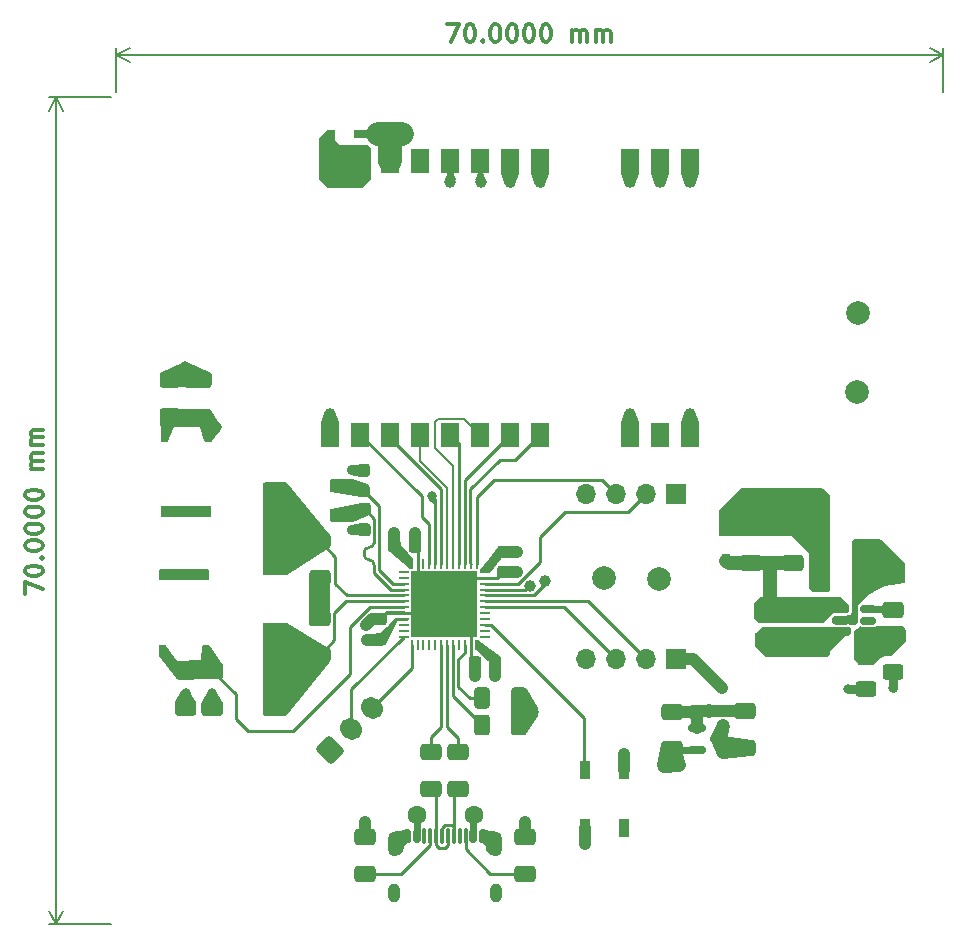
<source format=gtl>
G04 #@! TF.GenerationSoftware,KiCad,Pcbnew,8.0.5*
G04 #@! TF.CreationDate,2025-03-07T10:13:00-08:00*
G04 #@! TF.ProjectId,Telemetry PCB V2,54656c65-6d65-4747-9279-205043422056,rev?*
G04 #@! TF.SameCoordinates,Original*
G04 #@! TF.FileFunction,Copper,L1,Top*
G04 #@! TF.FilePolarity,Positive*
%FSLAX46Y46*%
G04 Gerber Fmt 4.6, Leading zero omitted, Abs format (unit mm)*
G04 Created by KiCad (PCBNEW 8.0.5) date 2025-03-07 10:13:00*
%MOMM*%
%LPD*%
G01*
G04 APERTURE LIST*
G04 Aperture macros list*
%AMRoundRect*
0 Rectangle with rounded corners*
0 $1 Rounding radius*
0 $2 $3 $4 $5 $6 $7 $8 $9 X,Y pos of 4 corners*
0 Add a 4 corners polygon primitive as box body*
4,1,4,$2,$3,$4,$5,$6,$7,$8,$9,$2,$3,0*
0 Add four circle primitives for the rounded corners*
1,1,$1+$1,$2,$3*
1,1,$1+$1,$4,$5*
1,1,$1+$1,$6,$7*
1,1,$1+$1,$8,$9*
0 Add four rect primitives between the rounded corners*
20,1,$1+$1,$2,$3,$4,$5,0*
20,1,$1+$1,$4,$5,$6,$7,0*
20,1,$1+$1,$6,$7,$8,$9,0*
20,1,$1+$1,$8,$9,$2,$3,0*%
%AMHorizOval*
0 Thick line with rounded ends*
0 $1 width*
0 $2 $3 position (X,Y) of the first rounded end (center of the circle)*
0 $4 $5 position (X,Y) of the second rounded end (center of the circle)*
0 Add line between two ends*
20,1,$1,$2,$3,$4,$5,0*
0 Add two circle primitives to create the rounded ends*
1,1,$1,$2,$3*
1,1,$1,$4,$5*%
G04 Aperture macros list end*
%ADD10C,0.300000*%
G04 #@! TA.AperFunction,NonConductor*
%ADD11C,0.300000*%
G04 #@! TD*
G04 #@! TA.AperFunction,NonConductor*
%ADD12C,0.200000*%
G04 #@! TD*
G04 #@! TA.AperFunction,SMDPad,CuDef*
%ADD13RoundRect,0.250000X0.650000X-0.412500X0.650000X0.412500X-0.650000X0.412500X-0.650000X-0.412500X0*%
G04 #@! TD*
G04 #@! TA.AperFunction,SMDPad,CuDef*
%ADD14RoundRect,0.062500X-0.375000X-0.062500X0.375000X-0.062500X0.375000X0.062500X-0.375000X0.062500X0*%
G04 #@! TD*
G04 #@! TA.AperFunction,SMDPad,CuDef*
%ADD15RoundRect,0.062500X-0.062500X-0.375000X0.062500X-0.375000X0.062500X0.375000X-0.062500X0.375000X0*%
G04 #@! TD*
G04 #@! TA.AperFunction,HeatsinkPad*
%ADD16R,5.600000X5.600000*%
G04 #@! TD*
G04 #@! TA.AperFunction,SMDPad,CuDef*
%ADD17R,0.711200X0.711200*%
G04 #@! TD*
G04 #@! TA.AperFunction,SMDPad,CuDef*
%ADD18RoundRect,0.250000X-0.625000X0.400000X-0.625000X-0.400000X0.625000X-0.400000X0.625000X0.400000X0*%
G04 #@! TD*
G04 #@! TA.AperFunction,SMDPad,CuDef*
%ADD19RoundRect,0.237500X0.237500X-0.300000X0.237500X0.300000X-0.237500X0.300000X-0.237500X-0.300000X0*%
G04 #@! TD*
G04 #@! TA.AperFunction,SMDPad,CuDef*
%ADD20RoundRect,0.150000X-0.150000X-0.435000X0.150000X-0.435000X0.150000X0.435000X-0.150000X0.435000X0*%
G04 #@! TD*
G04 #@! TA.AperFunction,SMDPad,CuDef*
%ADD21RoundRect,0.150000X-0.150000X-0.447500X0.150000X-0.447500X0.150000X0.447500X-0.150000X0.447500X0*%
G04 #@! TD*
G04 #@! TA.AperFunction,SMDPad,CuDef*
%ADD22RoundRect,0.075000X-0.075000X-0.575000X0.075000X-0.575000X0.075000X0.575000X-0.075000X0.575000X0*%
G04 #@! TD*
G04 #@! TA.AperFunction,ComponentPad*
%ADD23O,1.000000X2.100000*%
G04 #@! TD*
G04 #@! TA.AperFunction,ComponentPad*
%ADD24O,1.000000X1.600000*%
G04 #@! TD*
G04 #@! TA.AperFunction,ComponentPad*
%ADD25C,2.000000*%
G04 #@! TD*
G04 #@! TA.AperFunction,SMDPad,CuDef*
%ADD26RoundRect,0.250000X-0.650000X0.412500X-0.650000X-0.412500X0.650000X-0.412500X0.650000X0.412500X0*%
G04 #@! TD*
G04 #@! TA.AperFunction,SMDPad,CuDef*
%ADD27R,1.498600X3.987800*%
G04 #@! TD*
G04 #@! TA.AperFunction,ComponentPad*
%ADD28R,1.700000X1.700000*%
G04 #@! TD*
G04 #@! TA.AperFunction,ComponentPad*
%ADD29O,1.700000X1.700000*%
G04 #@! TD*
G04 #@! TA.AperFunction,SMDPad,CuDef*
%ADD30RoundRect,0.250000X0.625000X-0.400000X0.625000X0.400000X-0.625000X0.400000X-0.625000X-0.400000X0*%
G04 #@! TD*
G04 #@! TA.AperFunction,SMDPad,CuDef*
%ADD31RoundRect,0.237500X-0.237500X0.300000X-0.237500X-0.300000X0.237500X-0.300000X0.237500X0.300000X0*%
G04 #@! TD*
G04 #@! TA.AperFunction,SMDPad,CuDef*
%ADD32R,1.510000X2.080000*%
G04 #@! TD*
G04 #@! TA.AperFunction,SMDPad,CuDef*
%ADD33R,0.558800X0.950500*%
G04 #@! TD*
G04 #@! TA.AperFunction,SMDPad,CuDef*
%ADD34RoundRect,0.150000X-0.587500X-0.150000X0.587500X-0.150000X0.587500X0.150000X-0.587500X0.150000X0*%
G04 #@! TD*
G04 #@! TA.AperFunction,SMDPad,CuDef*
%ADD35RoundRect,0.250000X0.400000X0.625000X-0.400000X0.625000X-0.400000X-0.625000X0.400000X-0.625000X0*%
G04 #@! TD*
G04 #@! TA.AperFunction,SMDPad,CuDef*
%ADD36R,1.900000X1.100000*%
G04 #@! TD*
G04 #@! TA.AperFunction,SMDPad,CuDef*
%ADD37R,2.000000X7.875000*%
G04 #@! TD*
G04 #@! TA.AperFunction,SMDPad,CuDef*
%ADD38RoundRect,0.237500X-0.300000X-0.237500X0.300000X-0.237500X0.300000X0.237500X-0.300000X0.237500X0*%
G04 #@! TD*
G04 #@! TA.AperFunction,SMDPad,CuDef*
%ADD39RoundRect,0.237500X0.300000X0.237500X-0.300000X0.237500X-0.300000X-0.237500X0.300000X-0.237500X0*%
G04 #@! TD*
G04 #@! TA.AperFunction,SMDPad,CuDef*
%ADD40RoundRect,0.250000X0.412500X0.650000X-0.412500X0.650000X-0.412500X-0.650000X0.412500X-0.650000X0*%
G04 #@! TD*
G04 #@! TA.AperFunction,SMDPad,CuDef*
%ADD41RoundRect,0.150000X-0.512500X-0.150000X0.512500X-0.150000X0.512500X0.150000X-0.512500X0.150000X0*%
G04 #@! TD*
G04 #@! TA.AperFunction,ComponentPad*
%ADD42RoundRect,0.250000X0.088388X-0.936916X0.936916X-0.088388X-0.088388X0.936916X-0.936916X0.088388X0*%
G04 #@! TD*
G04 #@! TA.AperFunction,ComponentPad*
%ADD43HorizOval,1.700000X-0.088388X0.088388X0.088388X-0.088388X0*%
G04 #@! TD*
G04 #@! TA.AperFunction,SMDPad,CuDef*
%ADD44RoundRect,0.090000X0.360000X-0.660000X0.360000X0.660000X-0.360000X0.660000X-0.360000X-0.660000X0*%
G04 #@! TD*
G04 #@! TA.AperFunction,ComponentPad*
%ADD45RoundRect,0.250000X-0.750000X0.600000X-0.750000X-0.600000X0.750000X-0.600000X0.750000X0.600000X0*%
G04 #@! TD*
G04 #@! TA.AperFunction,ComponentPad*
%ADD46O,2.000000X1.700000*%
G04 #@! TD*
G04 #@! TA.AperFunction,ViaPad*
%ADD47C,1.000000*%
G04 #@! TD*
G04 #@! TA.AperFunction,ViaPad*
%ADD48C,0.900000*%
G04 #@! TD*
G04 #@! TA.AperFunction,ViaPad*
%ADD49C,1.200000*%
G04 #@! TD*
G04 #@! TA.AperFunction,ViaPad*
%ADD50C,0.800000*%
G04 #@! TD*
G04 #@! TA.AperFunction,ViaPad*
%ADD51C,1.600000*%
G04 #@! TD*
G04 #@! TA.AperFunction,Conductor*
%ADD52C,0.250000*%
G04 #@! TD*
G04 #@! TA.AperFunction,Conductor*
%ADD53C,1.000000*%
G04 #@! TD*
G04 #@! TA.AperFunction,Conductor*
%ADD54C,0.800000*%
G04 #@! TD*
G04 #@! TA.AperFunction,Conductor*
%ADD55C,1.200000*%
G04 #@! TD*
G04 #@! TA.AperFunction,Conductor*
%ADD56C,0.350000*%
G04 #@! TD*
G04 #@! TA.AperFunction,Conductor*
%ADD57C,0.600000*%
G04 #@! TD*
G04 #@! TA.AperFunction,Conductor*
%ADD58C,2.000000*%
G04 #@! TD*
G04 #@! TA.AperFunction,Conductor*
%ADD59C,0.700000*%
G04 #@! TD*
G04 #@! TA.AperFunction,Conductor*
%ADD60C,0.200000*%
G04 #@! TD*
G04 APERTURE END LIST*
D10*
D11*
X150870001Y-42248328D02*
X151870001Y-42248328D01*
X151870001Y-42248328D02*
X151227144Y-43748328D01*
X152727144Y-42248328D02*
X152870001Y-42248328D01*
X152870001Y-42248328D02*
X153012858Y-42319757D01*
X153012858Y-42319757D02*
X153084287Y-42391185D01*
X153084287Y-42391185D02*
X153155715Y-42534042D01*
X153155715Y-42534042D02*
X153227144Y-42819757D01*
X153227144Y-42819757D02*
X153227144Y-43176900D01*
X153227144Y-43176900D02*
X153155715Y-43462614D01*
X153155715Y-43462614D02*
X153084287Y-43605471D01*
X153084287Y-43605471D02*
X153012858Y-43676900D01*
X153012858Y-43676900D02*
X152870001Y-43748328D01*
X152870001Y-43748328D02*
X152727144Y-43748328D01*
X152727144Y-43748328D02*
X152584287Y-43676900D01*
X152584287Y-43676900D02*
X152512858Y-43605471D01*
X152512858Y-43605471D02*
X152441429Y-43462614D01*
X152441429Y-43462614D02*
X152370001Y-43176900D01*
X152370001Y-43176900D02*
X152370001Y-42819757D01*
X152370001Y-42819757D02*
X152441429Y-42534042D01*
X152441429Y-42534042D02*
X152512858Y-42391185D01*
X152512858Y-42391185D02*
X152584287Y-42319757D01*
X152584287Y-42319757D02*
X152727144Y-42248328D01*
X153870000Y-43605471D02*
X153941429Y-43676900D01*
X153941429Y-43676900D02*
X153870000Y-43748328D01*
X153870000Y-43748328D02*
X153798572Y-43676900D01*
X153798572Y-43676900D02*
X153870000Y-43605471D01*
X153870000Y-43605471D02*
X153870000Y-43748328D01*
X154870001Y-42248328D02*
X155012858Y-42248328D01*
X155012858Y-42248328D02*
X155155715Y-42319757D01*
X155155715Y-42319757D02*
X155227144Y-42391185D01*
X155227144Y-42391185D02*
X155298572Y-42534042D01*
X155298572Y-42534042D02*
X155370001Y-42819757D01*
X155370001Y-42819757D02*
X155370001Y-43176900D01*
X155370001Y-43176900D02*
X155298572Y-43462614D01*
X155298572Y-43462614D02*
X155227144Y-43605471D01*
X155227144Y-43605471D02*
X155155715Y-43676900D01*
X155155715Y-43676900D02*
X155012858Y-43748328D01*
X155012858Y-43748328D02*
X154870001Y-43748328D01*
X154870001Y-43748328D02*
X154727144Y-43676900D01*
X154727144Y-43676900D02*
X154655715Y-43605471D01*
X154655715Y-43605471D02*
X154584286Y-43462614D01*
X154584286Y-43462614D02*
X154512858Y-43176900D01*
X154512858Y-43176900D02*
X154512858Y-42819757D01*
X154512858Y-42819757D02*
X154584286Y-42534042D01*
X154584286Y-42534042D02*
X154655715Y-42391185D01*
X154655715Y-42391185D02*
X154727144Y-42319757D01*
X154727144Y-42319757D02*
X154870001Y-42248328D01*
X156298572Y-42248328D02*
X156441429Y-42248328D01*
X156441429Y-42248328D02*
X156584286Y-42319757D01*
X156584286Y-42319757D02*
X156655715Y-42391185D01*
X156655715Y-42391185D02*
X156727143Y-42534042D01*
X156727143Y-42534042D02*
X156798572Y-42819757D01*
X156798572Y-42819757D02*
X156798572Y-43176900D01*
X156798572Y-43176900D02*
X156727143Y-43462614D01*
X156727143Y-43462614D02*
X156655715Y-43605471D01*
X156655715Y-43605471D02*
X156584286Y-43676900D01*
X156584286Y-43676900D02*
X156441429Y-43748328D01*
X156441429Y-43748328D02*
X156298572Y-43748328D01*
X156298572Y-43748328D02*
X156155715Y-43676900D01*
X156155715Y-43676900D02*
X156084286Y-43605471D01*
X156084286Y-43605471D02*
X156012857Y-43462614D01*
X156012857Y-43462614D02*
X155941429Y-43176900D01*
X155941429Y-43176900D02*
X155941429Y-42819757D01*
X155941429Y-42819757D02*
X156012857Y-42534042D01*
X156012857Y-42534042D02*
X156084286Y-42391185D01*
X156084286Y-42391185D02*
X156155715Y-42319757D01*
X156155715Y-42319757D02*
X156298572Y-42248328D01*
X157727143Y-42248328D02*
X157870000Y-42248328D01*
X157870000Y-42248328D02*
X158012857Y-42319757D01*
X158012857Y-42319757D02*
X158084286Y-42391185D01*
X158084286Y-42391185D02*
X158155714Y-42534042D01*
X158155714Y-42534042D02*
X158227143Y-42819757D01*
X158227143Y-42819757D02*
X158227143Y-43176900D01*
X158227143Y-43176900D02*
X158155714Y-43462614D01*
X158155714Y-43462614D02*
X158084286Y-43605471D01*
X158084286Y-43605471D02*
X158012857Y-43676900D01*
X158012857Y-43676900D02*
X157870000Y-43748328D01*
X157870000Y-43748328D02*
X157727143Y-43748328D01*
X157727143Y-43748328D02*
X157584286Y-43676900D01*
X157584286Y-43676900D02*
X157512857Y-43605471D01*
X157512857Y-43605471D02*
X157441428Y-43462614D01*
X157441428Y-43462614D02*
X157370000Y-43176900D01*
X157370000Y-43176900D02*
X157370000Y-42819757D01*
X157370000Y-42819757D02*
X157441428Y-42534042D01*
X157441428Y-42534042D02*
X157512857Y-42391185D01*
X157512857Y-42391185D02*
X157584286Y-42319757D01*
X157584286Y-42319757D02*
X157727143Y-42248328D01*
X159155714Y-42248328D02*
X159298571Y-42248328D01*
X159298571Y-42248328D02*
X159441428Y-42319757D01*
X159441428Y-42319757D02*
X159512857Y-42391185D01*
X159512857Y-42391185D02*
X159584285Y-42534042D01*
X159584285Y-42534042D02*
X159655714Y-42819757D01*
X159655714Y-42819757D02*
X159655714Y-43176900D01*
X159655714Y-43176900D02*
X159584285Y-43462614D01*
X159584285Y-43462614D02*
X159512857Y-43605471D01*
X159512857Y-43605471D02*
X159441428Y-43676900D01*
X159441428Y-43676900D02*
X159298571Y-43748328D01*
X159298571Y-43748328D02*
X159155714Y-43748328D01*
X159155714Y-43748328D02*
X159012857Y-43676900D01*
X159012857Y-43676900D02*
X158941428Y-43605471D01*
X158941428Y-43605471D02*
X158869999Y-43462614D01*
X158869999Y-43462614D02*
X158798571Y-43176900D01*
X158798571Y-43176900D02*
X158798571Y-42819757D01*
X158798571Y-42819757D02*
X158869999Y-42534042D01*
X158869999Y-42534042D02*
X158941428Y-42391185D01*
X158941428Y-42391185D02*
X159012857Y-42319757D01*
X159012857Y-42319757D02*
X159155714Y-42248328D01*
X161441427Y-43748328D02*
X161441427Y-42748328D01*
X161441427Y-42891185D02*
X161512856Y-42819757D01*
X161512856Y-42819757D02*
X161655713Y-42748328D01*
X161655713Y-42748328D02*
X161869999Y-42748328D01*
X161869999Y-42748328D02*
X162012856Y-42819757D01*
X162012856Y-42819757D02*
X162084285Y-42962614D01*
X162084285Y-42962614D02*
X162084285Y-43748328D01*
X162084285Y-42962614D02*
X162155713Y-42819757D01*
X162155713Y-42819757D02*
X162298570Y-42748328D01*
X162298570Y-42748328D02*
X162512856Y-42748328D01*
X162512856Y-42748328D02*
X162655713Y-42819757D01*
X162655713Y-42819757D02*
X162727142Y-42962614D01*
X162727142Y-42962614D02*
X162727142Y-43748328D01*
X163441427Y-43748328D02*
X163441427Y-42748328D01*
X163441427Y-42891185D02*
X163512856Y-42819757D01*
X163512856Y-42819757D02*
X163655713Y-42748328D01*
X163655713Y-42748328D02*
X163869999Y-42748328D01*
X163869999Y-42748328D02*
X164012856Y-42819757D01*
X164012856Y-42819757D02*
X164084285Y-42962614D01*
X164084285Y-42962614D02*
X164084285Y-43748328D01*
X164084285Y-42962614D02*
X164155713Y-42819757D01*
X164155713Y-42819757D02*
X164298570Y-42748328D01*
X164298570Y-42748328D02*
X164512856Y-42748328D01*
X164512856Y-42748328D02*
X164655713Y-42819757D01*
X164655713Y-42819757D02*
X164727142Y-42962614D01*
X164727142Y-42962614D02*
X164727142Y-43748328D01*
D12*
X122870000Y-47950000D02*
X122870000Y-44283580D01*
X192870000Y-47950000D02*
X192870000Y-44283580D01*
X122870000Y-44870000D02*
X192870000Y-44870000D01*
X122870000Y-44870000D02*
X192870000Y-44870000D01*
X122870000Y-44870000D02*
X123996504Y-44283579D01*
X122870000Y-44870000D02*
X123996504Y-45456421D01*
X192870000Y-44870000D02*
X191743496Y-45456421D01*
X192870000Y-44870000D02*
X191743496Y-44283579D01*
D10*
D11*
X115108329Y-90449998D02*
X115108329Y-89449998D01*
X115108329Y-89449998D02*
X116608329Y-90092855D01*
X115108329Y-88592855D02*
X115108329Y-88449998D01*
X115108329Y-88449998D02*
X115179758Y-88307141D01*
X115179758Y-88307141D02*
X115251186Y-88235713D01*
X115251186Y-88235713D02*
X115394043Y-88164284D01*
X115394043Y-88164284D02*
X115679758Y-88092855D01*
X115679758Y-88092855D02*
X116036901Y-88092855D01*
X116036901Y-88092855D02*
X116322615Y-88164284D01*
X116322615Y-88164284D02*
X116465472Y-88235713D01*
X116465472Y-88235713D02*
X116536901Y-88307141D01*
X116536901Y-88307141D02*
X116608329Y-88449998D01*
X116608329Y-88449998D02*
X116608329Y-88592855D01*
X116608329Y-88592855D02*
X116536901Y-88735713D01*
X116536901Y-88735713D02*
X116465472Y-88807141D01*
X116465472Y-88807141D02*
X116322615Y-88878570D01*
X116322615Y-88878570D02*
X116036901Y-88949998D01*
X116036901Y-88949998D02*
X115679758Y-88949998D01*
X115679758Y-88949998D02*
X115394043Y-88878570D01*
X115394043Y-88878570D02*
X115251186Y-88807141D01*
X115251186Y-88807141D02*
X115179758Y-88735713D01*
X115179758Y-88735713D02*
X115108329Y-88592855D01*
X116465472Y-87449999D02*
X116536901Y-87378570D01*
X116536901Y-87378570D02*
X116608329Y-87449999D01*
X116608329Y-87449999D02*
X116536901Y-87521427D01*
X116536901Y-87521427D02*
X116465472Y-87449999D01*
X116465472Y-87449999D02*
X116608329Y-87449999D01*
X115108329Y-86449998D02*
X115108329Y-86307141D01*
X115108329Y-86307141D02*
X115179758Y-86164284D01*
X115179758Y-86164284D02*
X115251186Y-86092856D01*
X115251186Y-86092856D02*
X115394043Y-86021427D01*
X115394043Y-86021427D02*
X115679758Y-85949998D01*
X115679758Y-85949998D02*
X116036901Y-85949998D01*
X116036901Y-85949998D02*
X116322615Y-86021427D01*
X116322615Y-86021427D02*
X116465472Y-86092856D01*
X116465472Y-86092856D02*
X116536901Y-86164284D01*
X116536901Y-86164284D02*
X116608329Y-86307141D01*
X116608329Y-86307141D02*
X116608329Y-86449998D01*
X116608329Y-86449998D02*
X116536901Y-86592856D01*
X116536901Y-86592856D02*
X116465472Y-86664284D01*
X116465472Y-86664284D02*
X116322615Y-86735713D01*
X116322615Y-86735713D02*
X116036901Y-86807141D01*
X116036901Y-86807141D02*
X115679758Y-86807141D01*
X115679758Y-86807141D02*
X115394043Y-86735713D01*
X115394043Y-86735713D02*
X115251186Y-86664284D01*
X115251186Y-86664284D02*
X115179758Y-86592856D01*
X115179758Y-86592856D02*
X115108329Y-86449998D01*
X115108329Y-85021427D02*
X115108329Y-84878570D01*
X115108329Y-84878570D02*
X115179758Y-84735713D01*
X115179758Y-84735713D02*
X115251186Y-84664285D01*
X115251186Y-84664285D02*
X115394043Y-84592856D01*
X115394043Y-84592856D02*
X115679758Y-84521427D01*
X115679758Y-84521427D02*
X116036901Y-84521427D01*
X116036901Y-84521427D02*
X116322615Y-84592856D01*
X116322615Y-84592856D02*
X116465472Y-84664285D01*
X116465472Y-84664285D02*
X116536901Y-84735713D01*
X116536901Y-84735713D02*
X116608329Y-84878570D01*
X116608329Y-84878570D02*
X116608329Y-85021427D01*
X116608329Y-85021427D02*
X116536901Y-85164285D01*
X116536901Y-85164285D02*
X116465472Y-85235713D01*
X116465472Y-85235713D02*
X116322615Y-85307142D01*
X116322615Y-85307142D02*
X116036901Y-85378570D01*
X116036901Y-85378570D02*
X115679758Y-85378570D01*
X115679758Y-85378570D02*
X115394043Y-85307142D01*
X115394043Y-85307142D02*
X115251186Y-85235713D01*
X115251186Y-85235713D02*
X115179758Y-85164285D01*
X115179758Y-85164285D02*
X115108329Y-85021427D01*
X115108329Y-83592856D02*
X115108329Y-83449999D01*
X115108329Y-83449999D02*
X115179758Y-83307142D01*
X115179758Y-83307142D02*
X115251186Y-83235714D01*
X115251186Y-83235714D02*
X115394043Y-83164285D01*
X115394043Y-83164285D02*
X115679758Y-83092856D01*
X115679758Y-83092856D02*
X116036901Y-83092856D01*
X116036901Y-83092856D02*
X116322615Y-83164285D01*
X116322615Y-83164285D02*
X116465472Y-83235714D01*
X116465472Y-83235714D02*
X116536901Y-83307142D01*
X116536901Y-83307142D02*
X116608329Y-83449999D01*
X116608329Y-83449999D02*
X116608329Y-83592856D01*
X116608329Y-83592856D02*
X116536901Y-83735714D01*
X116536901Y-83735714D02*
X116465472Y-83807142D01*
X116465472Y-83807142D02*
X116322615Y-83878571D01*
X116322615Y-83878571D02*
X116036901Y-83949999D01*
X116036901Y-83949999D02*
X115679758Y-83949999D01*
X115679758Y-83949999D02*
X115394043Y-83878571D01*
X115394043Y-83878571D02*
X115251186Y-83807142D01*
X115251186Y-83807142D02*
X115179758Y-83735714D01*
X115179758Y-83735714D02*
X115108329Y-83592856D01*
X115108329Y-82164285D02*
X115108329Y-82021428D01*
X115108329Y-82021428D02*
X115179758Y-81878571D01*
X115179758Y-81878571D02*
X115251186Y-81807143D01*
X115251186Y-81807143D02*
X115394043Y-81735714D01*
X115394043Y-81735714D02*
X115679758Y-81664285D01*
X115679758Y-81664285D02*
X116036901Y-81664285D01*
X116036901Y-81664285D02*
X116322615Y-81735714D01*
X116322615Y-81735714D02*
X116465472Y-81807143D01*
X116465472Y-81807143D02*
X116536901Y-81878571D01*
X116536901Y-81878571D02*
X116608329Y-82021428D01*
X116608329Y-82021428D02*
X116608329Y-82164285D01*
X116608329Y-82164285D02*
X116536901Y-82307143D01*
X116536901Y-82307143D02*
X116465472Y-82378571D01*
X116465472Y-82378571D02*
X116322615Y-82450000D01*
X116322615Y-82450000D02*
X116036901Y-82521428D01*
X116036901Y-82521428D02*
X115679758Y-82521428D01*
X115679758Y-82521428D02*
X115394043Y-82450000D01*
X115394043Y-82450000D02*
X115251186Y-82378571D01*
X115251186Y-82378571D02*
X115179758Y-82307143D01*
X115179758Y-82307143D02*
X115108329Y-82164285D01*
X116608329Y-79878572D02*
X115608329Y-79878572D01*
X115751186Y-79878572D02*
X115679758Y-79807143D01*
X115679758Y-79807143D02*
X115608329Y-79664286D01*
X115608329Y-79664286D02*
X115608329Y-79450000D01*
X115608329Y-79450000D02*
X115679758Y-79307143D01*
X115679758Y-79307143D02*
X115822615Y-79235715D01*
X115822615Y-79235715D02*
X116608329Y-79235715D01*
X115822615Y-79235715D02*
X115679758Y-79164286D01*
X115679758Y-79164286D02*
X115608329Y-79021429D01*
X115608329Y-79021429D02*
X115608329Y-78807143D01*
X115608329Y-78807143D02*
X115679758Y-78664286D01*
X115679758Y-78664286D02*
X115822615Y-78592857D01*
X115822615Y-78592857D02*
X116608329Y-78592857D01*
X116608329Y-77878572D02*
X115608329Y-77878572D01*
X115751186Y-77878572D02*
X115679758Y-77807143D01*
X115679758Y-77807143D02*
X115608329Y-77664286D01*
X115608329Y-77664286D02*
X115608329Y-77450000D01*
X115608329Y-77450000D02*
X115679758Y-77307143D01*
X115679758Y-77307143D02*
X115822615Y-77235715D01*
X115822615Y-77235715D02*
X116608329Y-77235715D01*
X115822615Y-77235715D02*
X115679758Y-77164286D01*
X115679758Y-77164286D02*
X115608329Y-77021429D01*
X115608329Y-77021429D02*
X115608329Y-76807143D01*
X115608329Y-76807143D02*
X115679758Y-76664286D01*
X115679758Y-76664286D02*
X115822615Y-76592857D01*
X115822615Y-76592857D02*
X116608329Y-76592857D01*
D12*
X122370000Y-48450000D02*
X117143581Y-48450000D01*
X122370000Y-118450000D02*
X117143581Y-118450000D01*
X117730001Y-48450000D02*
X117730001Y-118450000D01*
X117730001Y-48450000D02*
X117730001Y-118450000D01*
X117730001Y-48450000D02*
X118316422Y-49576504D01*
X117730001Y-48450000D02*
X117143580Y-49576504D01*
X117730001Y-118450000D02*
X117143580Y-117323496D01*
X117730001Y-118450000D02*
X118316422Y-117323496D01*
D13*
X169875000Y-103579999D03*
X169875000Y-100454999D03*
D14*
X147175000Y-88610000D03*
X147175000Y-89110000D03*
X147175000Y-89610000D03*
X147175000Y-90110000D03*
X147175000Y-90610000D03*
X147175000Y-91110000D03*
X147175000Y-91610000D03*
X147175000Y-92110000D03*
X147175000Y-92610000D03*
X147175000Y-93110000D03*
X147175000Y-93610000D03*
X147175000Y-94110000D03*
D15*
X147862500Y-94797500D03*
X148362500Y-94797500D03*
X148862500Y-94797500D03*
X149362500Y-94797500D03*
X149862500Y-94797500D03*
X150362500Y-94797500D03*
X150862500Y-94797500D03*
X151362500Y-94797500D03*
X151862500Y-94797500D03*
X152362500Y-94797500D03*
X152862500Y-94797500D03*
X153362500Y-94797500D03*
D14*
X154050000Y-94110000D03*
X154050000Y-93610000D03*
X154050000Y-93110000D03*
X154050000Y-92610000D03*
X154050000Y-92110000D03*
X154050000Y-91610000D03*
X154050000Y-91110000D03*
X154050000Y-90610000D03*
X154050000Y-90110000D03*
X154050000Y-89610000D03*
X154050000Y-89110000D03*
X154050000Y-88610000D03*
D15*
X153362500Y-87922500D03*
X152862500Y-87922500D03*
X152362500Y-87922500D03*
X151862500Y-87922500D03*
X151362500Y-87922500D03*
X150862500Y-87922500D03*
X150362500Y-87922500D03*
X149862500Y-87922500D03*
X149362500Y-87922500D03*
X148862500Y-87922500D03*
X148362500Y-87922500D03*
X147862500Y-87922500D03*
D16*
X150612500Y-91360000D03*
D17*
X143330000Y-51550000D03*
X141044000Y-51550000D03*
D13*
X143925000Y-114200000D03*
X143925000Y-111075000D03*
D18*
X188590000Y-93989999D03*
X188590000Y-97090001D03*
D19*
X145288000Y-94308001D03*
X145288000Y-92583001D03*
D20*
X147475000Y-110945000D03*
D21*
X148275000Y-110957500D03*
D22*
X149425000Y-111010000D03*
X150425000Y-111010000D03*
X150925000Y-111010000D03*
X151925000Y-111010000D03*
D21*
X153075000Y-110957500D03*
D20*
X153875000Y-110945000D03*
X153875000Y-110945000D03*
D21*
X153075000Y-110957500D03*
D22*
X152425000Y-111010000D03*
X151425000Y-111010000D03*
X149925000Y-111010000D03*
X148925000Y-111010000D03*
D21*
X148275000Y-110957500D03*
D20*
X147475000Y-110945000D03*
D23*
X146355000Y-111650000D03*
D24*
X146355000Y-115830000D03*
D23*
X154995000Y-111650000D03*
D24*
X154995000Y-115830000D03*
D25*
X168770000Y-89190000D03*
D26*
X130990000Y-97010000D03*
X130990000Y-100135000D03*
X149480000Y-103875000D03*
X149480000Y-107000000D03*
D13*
X157450000Y-114180000D03*
X157450000Y-111055000D03*
D27*
X186025000Y-87900000D03*
X182443600Y-87900000D03*
D28*
X170256396Y-82010000D03*
D29*
X167716396Y-82010000D03*
X165176396Y-82010000D03*
X162636396Y-82010000D03*
D30*
X128720000Y-100160000D03*
X128720000Y-97060000D03*
D13*
X188620000Y-91870000D03*
X188620000Y-88745000D03*
D31*
X143870000Y-83315002D03*
X143870000Y-85040002D03*
D32*
X171425000Y-53857500D03*
X168885000Y-53857500D03*
X166345000Y-53857500D03*
X158745000Y-53857500D03*
X156205000Y-53857500D03*
X153665000Y-53857500D03*
X151125000Y-53857500D03*
X148585000Y-53857500D03*
X146045000Y-53857500D03*
X143505000Y-53857500D03*
X140965000Y-53857500D03*
X140965000Y-77007500D03*
X143505000Y-77007500D03*
X146045000Y-77007500D03*
X148585000Y-77007500D03*
X151125000Y-77007500D03*
X153665000Y-77007500D03*
X156205000Y-77007500D03*
X158745000Y-77007500D03*
X166345000Y-77007500D03*
X168885000Y-77007500D03*
X171425000Y-77007500D03*
D33*
X126750002Y-95270698D03*
X130450000Y-95270698D03*
X130450000Y-88910000D03*
X126750002Y-88910000D03*
D34*
X172049999Y-101839999D03*
X172049999Y-103739999D03*
X173925000Y-102789999D03*
D26*
X130049999Y-72357849D03*
X130049999Y-75482849D03*
D35*
X156925000Y-101600000D03*
X153825000Y-101600000D03*
D36*
X141910000Y-81320001D03*
X141910000Y-83820001D03*
D37*
X136275000Y-84974999D03*
X136275000Y-96849999D03*
D38*
X153214999Y-96266000D03*
X154939999Y-96266000D03*
D31*
X155575000Y-86920999D03*
X155575000Y-88645999D03*
D13*
X140075000Y-89150000D03*
X140075000Y-86025000D03*
D18*
X186320000Y-95400000D03*
X186320000Y-98500002D03*
D39*
X148156001Y-86487000D03*
X146431001Y-86487000D03*
D31*
X143860000Y-80015002D03*
X143860000Y-81740002D03*
D28*
X170220000Y-95970000D03*
D29*
X167680000Y-95970000D03*
X165140001Y-95970000D03*
X162600000Y-95970000D03*
D17*
X174501400Y-85193601D03*
X174501400Y-87479601D03*
D13*
X180172501Y-87904601D03*
X180172501Y-84779601D03*
D40*
X156950000Y-99300000D03*
X153825000Y-99300000D03*
D26*
X140075000Y-92550000D03*
X140075000Y-95675000D03*
D33*
X130609999Y-77129651D03*
X126910001Y-77129651D03*
X126910001Y-83490349D03*
X130609999Y-83490349D03*
D41*
X184253899Y-91799600D03*
X184253899Y-92749600D03*
X184253899Y-93699600D03*
X186528899Y-93699600D03*
X186528899Y-92749600D03*
X186528899Y-91799600D03*
D26*
X151800000Y-103875000D03*
X151800000Y-107000000D03*
D42*
X140964466Y-103685534D03*
D43*
X142732233Y-101917767D03*
X144500000Y-100150000D03*
D44*
X162550000Y-110325000D03*
X165850000Y-110325000D03*
X165850000Y-105425000D03*
X162550000Y-105425000D03*
D18*
X127399999Y-72350349D03*
X127399999Y-75450349D03*
D13*
X176620000Y-87904601D03*
X176620000Y-84779601D03*
D25*
X164170000Y-89120000D03*
D13*
X182178899Y-95004601D03*
X182178899Y-91879601D03*
X176065000Y-103550000D03*
X176065000Y-100425000D03*
D25*
X185580000Y-73410000D03*
X185630000Y-66660000D03*
D45*
X178178899Y-91879602D03*
D46*
X178178899Y-94379602D03*
D47*
X165820000Y-104070000D03*
X143500000Y-55500000D03*
X158740000Y-55590000D03*
X171410000Y-75280000D03*
D48*
X142780000Y-80020000D03*
D47*
X171430000Y-55600000D03*
X166340000Y-55590000D03*
D49*
X178400000Y-87900000D03*
D50*
X130990000Y-98870000D03*
D47*
X153212800Y-97434400D03*
D50*
X128700000Y-71200000D03*
D49*
X173000000Y-100400000D03*
D50*
X143935000Y-109810000D03*
X184800000Y-98500000D03*
D47*
X140960000Y-55500000D03*
D50*
X157450000Y-109775000D03*
D47*
X158175000Y-100475000D03*
X168880000Y-55600000D03*
X148132800Y-85293200D03*
X140960000Y-75280000D03*
X143953364Y-93153364D03*
X156200000Y-55590000D03*
X140110000Y-90900000D03*
X156758982Y-88585382D03*
X166330000Y-75280000D03*
D48*
X142790000Y-85050000D03*
D50*
X128580000Y-88910000D03*
D49*
X169200000Y-105050000D03*
D47*
X144101591Y-94344177D03*
X156768800Y-86918800D03*
D50*
X128720000Y-98909999D03*
D49*
X170500000Y-105000000D03*
D50*
X128740000Y-83430000D03*
D47*
X146405600Y-85293200D03*
X154940000Y-97434400D03*
D50*
X149550000Y-82230000D03*
X131400000Y-76370000D03*
D49*
X174200000Y-101700000D03*
D51*
X148300000Y-109200000D03*
D49*
X174250000Y-103900000D03*
D47*
X174160000Y-98490000D03*
D51*
X153100000Y-109200000D03*
X147000000Y-51550000D03*
X145050000Y-51600000D03*
X176500000Y-82700000D03*
D50*
X188590000Y-98409999D03*
D51*
X181400000Y-82700000D03*
D47*
X162520000Y-111679999D03*
D51*
X178900000Y-82700000D03*
D47*
X153700000Y-55630000D03*
X159164136Y-89392740D03*
X157892816Y-89785000D03*
X151120000Y-55590000D03*
D52*
X152862500Y-93610000D02*
X150612500Y-91360000D01*
D53*
X169880000Y-100450000D02*
X169875000Y-100455000D01*
D54*
X184800000Y-98500000D02*
X186319998Y-98500000D01*
X186319998Y-98500000D02*
X186320000Y-98500002D01*
D53*
X148132800Y-86463798D02*
X148156002Y-86487000D01*
D52*
X147175000Y-92110000D02*
X149862500Y-92110000D01*
D55*
X176620000Y-87904601D02*
X174732800Y-87904601D01*
X178395000Y-91663501D02*
X178178899Y-91879602D01*
D52*
X148362500Y-86693498D02*
X148156002Y-86487000D01*
D53*
X172049999Y-101839999D02*
X172049999Y-100895001D01*
D55*
X178395000Y-87905000D02*
X180172102Y-87905000D01*
X178178899Y-91879602D02*
X178178899Y-88121101D01*
D53*
X176010000Y-100370000D02*
X176065000Y-100425000D01*
D55*
X176620399Y-87905000D02*
X176620000Y-87904601D01*
D52*
X148362500Y-87922500D02*
X148362500Y-86693498D01*
D53*
X143935000Y-109810000D02*
X143935000Y-111065000D01*
D52*
X149862500Y-92110000D02*
X150612500Y-91360000D01*
D55*
X174732800Y-87904601D02*
X174501400Y-87673201D01*
D56*
X145761000Y-92110000D02*
X145288000Y-92583000D01*
D53*
X156758982Y-88585382D02*
X155635618Y-88585382D01*
X176070000Y-100430000D02*
X176065000Y-100425000D01*
X165820000Y-105430000D02*
X165820000Y-104070000D01*
D52*
X152862500Y-94797500D02*
X152862500Y-93610000D01*
D53*
X144523728Y-92583000D02*
X145288000Y-92583000D01*
X171605000Y-100450000D02*
X171685000Y-100370000D01*
D55*
X178178899Y-88121101D02*
X178395000Y-87905000D01*
D53*
X171605000Y-100450000D02*
X169880000Y-100450000D01*
D56*
X147175000Y-92110000D02*
X145761000Y-92110000D01*
D53*
X143953364Y-93153364D02*
X144523728Y-92583000D01*
X157450000Y-109775000D02*
X157450000Y-111030000D01*
D52*
X152862500Y-94797500D02*
X152862500Y-95913502D01*
X152862500Y-95913502D02*
X153214998Y-96266000D01*
X154050000Y-89110000D02*
X152862500Y-89110000D01*
D53*
X155635618Y-88585382D02*
X155575000Y-88646000D01*
X153214998Y-97432202D02*
X153212800Y-97434400D01*
D52*
X148362500Y-89110000D02*
X150612500Y-91360000D01*
X152862500Y-89110000D02*
X150612500Y-91360000D01*
D55*
X178395000Y-87905000D02*
X176620399Y-87905000D01*
D53*
X153214998Y-96266000D02*
X153214998Y-97432202D01*
X171685000Y-100370000D02*
X176010000Y-100370000D01*
X148132800Y-85293200D02*
X148132800Y-86463798D01*
D52*
X155111000Y-89110000D02*
X155575000Y-88646000D01*
X154050000Y-89110000D02*
X155111000Y-89110000D01*
D53*
X172049999Y-100895001D02*
X171605000Y-100450000D01*
D52*
X148362500Y-87922500D02*
X148362500Y-89110000D01*
D55*
X180172102Y-87905000D02*
X180172501Y-87904601D01*
D52*
X141325000Y-92063604D02*
X141325000Y-94425000D01*
X141325000Y-94425000D02*
X140075000Y-95675000D01*
X142278604Y-91110000D02*
X141325000Y-92063604D01*
X147175000Y-91110000D02*
X142278604Y-91110000D01*
X143860000Y-81740002D02*
X145120000Y-83000002D01*
X145120000Y-83000002D02*
X145120000Y-88450000D01*
X145120000Y-88450000D02*
X146280000Y-89610000D01*
X146280000Y-89610000D02*
X147175000Y-89610000D01*
X144670000Y-84115002D02*
X144670000Y-86140000D01*
X144670000Y-87994000D02*
X144670000Y-88200000D01*
X144670000Y-88200000D02*
X144670000Y-88680000D01*
X143870000Y-83315002D02*
X144670000Y-84115002D01*
X143830000Y-86964000D02*
X143830000Y-87170000D01*
X144258000Y-86552000D02*
X144242000Y-86552000D01*
X146100000Y-90110000D02*
X147175000Y-90110000D01*
X144670000Y-88680000D02*
X146100000Y-90110000D01*
X144242000Y-87582000D02*
X144258000Y-87582000D01*
X143830000Y-87170000D02*
G75*
G03*
X144242000Y-87582000I412000J0D01*
G01*
X144258000Y-87582000D02*
G75*
G02*
X144670000Y-87994000I0J-412000D01*
G01*
X144670000Y-86140000D02*
G75*
G02*
X144258000Y-86552000I-412000J0D01*
G01*
X144242000Y-86552000D02*
G75*
G03*
X143830000Y-86964000I0J-412000D01*
G01*
X152787500Y-99300000D02*
X151812500Y-98325000D01*
X151812500Y-98325000D02*
X151812500Y-96000000D01*
X152362500Y-95450000D02*
X152362500Y-94797500D01*
X153825000Y-99300000D02*
X152787500Y-99300000D01*
X151812500Y-96000000D02*
X152362500Y-95450000D01*
X141400000Y-89625000D02*
X141400000Y-87350000D01*
X142385000Y-90610000D02*
X141400000Y-89625000D01*
X147175000Y-90610000D02*
X142385000Y-90610000D01*
X141400000Y-87350000D02*
X140075000Y-86025000D01*
D53*
X145242638Y-94353364D02*
X144101591Y-94353364D01*
X146405600Y-86461600D02*
X146431000Y-86487000D01*
D52*
X147175000Y-92610000D02*
X146687760Y-92610000D01*
D53*
X156768800Y-86918800D02*
X155577198Y-86918800D01*
D57*
X170035001Y-103740001D02*
X169875000Y-103580000D01*
D53*
X146405600Y-85293200D02*
X146405600Y-86461600D01*
X155577198Y-86918800D02*
X155575000Y-86920998D01*
D57*
X172049999Y-103740000D02*
X170035001Y-103740001D01*
D53*
X145288000Y-94308002D02*
X145242638Y-94353364D01*
X154940000Y-96266000D02*
X154940000Y-97434400D01*
D52*
X149862500Y-87922500D02*
X149862500Y-82542500D01*
X149862500Y-82542500D02*
X149550000Y-82230000D01*
D58*
X146040000Y-51570000D02*
X147050000Y-51570000D01*
D59*
X143330000Y-51550000D02*
X145000000Y-51550000D01*
D57*
X153075000Y-111075000D02*
X153075000Y-109215000D01*
D54*
X188590000Y-97090001D02*
X188590000Y-98409999D01*
D53*
X171640000Y-95970000D02*
X174160000Y-98490000D01*
D57*
X153075000Y-109215000D02*
X153070000Y-109210000D01*
D58*
X146045001Y-53857500D02*
X146045001Y-51575001D01*
X146045001Y-51575001D02*
X146040000Y-51570000D01*
D57*
X148275000Y-111075000D02*
X148275000Y-109215000D01*
X148275000Y-109215000D02*
X148280000Y-109210000D01*
D53*
X162520000Y-110330000D02*
X162520000Y-111679999D01*
D58*
X145020000Y-51570000D02*
X146040000Y-51570000D01*
D53*
X170220000Y-95970000D02*
X171640000Y-95970000D01*
D59*
X145000000Y-51550000D02*
X145020000Y-51570000D01*
D52*
X144330000Y-91610000D02*
X147175000Y-91610000D01*
X137830000Y-102120000D02*
X134040000Y-102120000D01*
X134040000Y-102120000D02*
X132970000Y-101050000D01*
X142680000Y-93260000D02*
X144330000Y-91610000D01*
X132970000Y-98990000D02*
X130990000Y-97010000D01*
X132970000Y-101050000D02*
X132970000Y-98990000D01*
X142680000Y-97270000D02*
X142680000Y-93260000D01*
X137830000Y-102120000D02*
X142680000Y-97270000D01*
D57*
X188528899Y-91679601D02*
X188578899Y-91629600D01*
X188549600Y-91799600D02*
X188620000Y-91870000D01*
X186528899Y-91799600D02*
X188549600Y-91799600D01*
D52*
X143504999Y-77007500D02*
X148730000Y-82232501D01*
X148730000Y-82232501D02*
X148730000Y-83930000D01*
X149362500Y-84562500D02*
X149362500Y-87922500D01*
X148730000Y-83930000D02*
X149362500Y-84562500D01*
X151125000Y-77007500D02*
X151862500Y-77745000D01*
X151862500Y-77745000D02*
X151862500Y-87922500D01*
X152812500Y-81637500D02*
X152812500Y-87872500D01*
X152812500Y-87872500D02*
X152862500Y-87922500D01*
X156642500Y-79110000D02*
X155340000Y-79110000D01*
X155340000Y-79110000D02*
X152812500Y-81637500D01*
X158745000Y-77007500D02*
X156642500Y-79110000D01*
D60*
X151362500Y-79640000D02*
X151362500Y-87922500D01*
X153665000Y-77007500D02*
X152325000Y-75667500D01*
X152325000Y-75667500D02*
X150070000Y-75667500D01*
X149825000Y-75912500D02*
X149825000Y-78102500D01*
X149825000Y-78102500D02*
X151362500Y-79640000D01*
X150070000Y-75667500D02*
X149825000Y-75912500D01*
D52*
X158234543Y-90610000D02*
X159164136Y-89680407D01*
X158056396Y-90610000D02*
X154050000Y-90610000D01*
X158056396Y-90610000D02*
X158234543Y-90610000D01*
X153720000Y-53912500D02*
X153665000Y-53857500D01*
X153720000Y-55530000D02*
X153720000Y-53912500D01*
X159164136Y-89680407D02*
X159164136Y-89392740D01*
X152362500Y-87922500D02*
X152362500Y-80849999D01*
X152362500Y-80849999D02*
X156205000Y-77007499D01*
X146045001Y-77315001D02*
X150362500Y-81632500D01*
X146045001Y-77007500D02*
X146045001Y-77315001D01*
X150362500Y-81632500D02*
X150362500Y-87922500D01*
X157426396Y-90110000D02*
X157751396Y-89785000D01*
X151130000Y-53862500D02*
X151125000Y-53857500D01*
X157751396Y-89785000D02*
X157892816Y-89785000D01*
X151130000Y-55410000D02*
X151130000Y-53862500D01*
X157426396Y-90110000D02*
X154050000Y-90110000D01*
X153362500Y-87922500D02*
X153362500Y-82307500D01*
X154835000Y-80835000D02*
X164001397Y-80835000D01*
X164001397Y-80835000D02*
X165176397Y-82010000D01*
X153362500Y-82307500D02*
X154835000Y-80835000D01*
X167716396Y-82010000D02*
X166176396Y-83550000D01*
X166176396Y-83550000D02*
X160866396Y-83550000D01*
X160866396Y-83550000D02*
X158766396Y-85650000D01*
X158766396Y-87744695D02*
X156901091Y-89610000D01*
X158766396Y-85650000D02*
X158766396Y-87744695D01*
X156901091Y-89610000D02*
X154050000Y-89610000D01*
X147862500Y-94797500D02*
X147862500Y-96787500D01*
X147862500Y-96787500D02*
X144500000Y-100150000D01*
X142732233Y-98552767D02*
X142732233Y-101917767D01*
X147175000Y-94110000D02*
X142732233Y-98552767D01*
X160780001Y-91610000D02*
X165140001Y-95970000D01*
X154050000Y-91610000D02*
X160780001Y-91610000D01*
X154050000Y-91110000D02*
X162820000Y-91110000D01*
X162820000Y-91110000D02*
X167680000Y-95970000D01*
X150682236Y-110035000D02*
X151217764Y-110035000D01*
X151425000Y-111010000D02*
X151425000Y-107375000D01*
X150425000Y-111010000D02*
X150425000Y-110292236D01*
X150425000Y-110292236D02*
X150682236Y-110035000D01*
X151425000Y-107375000D02*
X151800000Y-107000000D01*
X151425000Y-110242236D02*
X151425000Y-111010000D01*
X151217764Y-110035000D02*
X151425000Y-110242236D01*
X149925000Y-111727764D02*
X150182236Y-111985000D01*
X149925000Y-107445000D02*
X149480000Y-107000000D01*
X149925000Y-111010000D02*
X149925000Y-111727764D01*
X150182236Y-111985000D02*
X150675000Y-111985000D01*
X150925000Y-111735000D02*
X150925000Y-111010000D01*
X149925000Y-111010000D02*
X149925000Y-107445000D01*
X150675000Y-111985000D02*
X150925000Y-111735000D01*
X152425000Y-112070660D02*
X154534340Y-114180000D01*
X154534340Y-114180000D02*
X157450000Y-114180000D01*
X152425000Y-111010000D02*
X152425000Y-112070660D01*
X149425000Y-111010000D02*
X149425000Y-111727764D01*
X149425000Y-111727764D02*
X146952764Y-114200000D01*
X146952764Y-114200000D02*
X143925000Y-114200000D01*
X151362500Y-99137500D02*
X151362500Y-94797500D01*
X153825000Y-101600000D02*
X151362500Y-99137500D01*
X150362500Y-94797500D02*
X150362500Y-101727500D01*
X150362500Y-101727500D02*
X149480000Y-102610000D01*
X149480000Y-102610000D02*
X149480000Y-103875000D01*
X150862500Y-101727500D02*
X151800000Y-102665000D01*
X150862500Y-94797500D02*
X150862500Y-101727500D01*
X151800000Y-102665000D02*
X151800000Y-103875000D01*
X162450000Y-105460000D02*
X162450000Y-101022760D01*
X162450000Y-101022760D02*
X154537240Y-93110000D01*
X154537240Y-93110000D02*
X154050000Y-93110000D01*
D60*
X150862500Y-81531460D02*
X148585000Y-79253960D01*
X148585000Y-79253960D02*
X148585000Y-77007500D01*
X150862500Y-87922500D02*
X150862500Y-81531460D01*
G04 #@! TA.AperFunction,Conductor*
G36*
X147438853Y-92487215D02*
G01*
X147505419Y-92508434D01*
X147549949Y-92562276D01*
X147560000Y-92611181D01*
X147560000Y-92626000D01*
X147540315Y-92693039D01*
X147487511Y-92738794D01*
X147436000Y-92750000D01*
X146659999Y-92750000D01*
X146609586Y-92856661D01*
X146600581Y-92872562D01*
X146552261Y-92944880D01*
X146552259Y-92944885D01*
X146543879Y-92987007D01*
X146534372Y-93015798D01*
X145729025Y-94719746D01*
X145682581Y-94771945D01*
X145669715Y-94778956D01*
X145565079Y-94828197D01*
X145512280Y-94840000D01*
X145324000Y-94840000D01*
X145256961Y-94820315D01*
X145211206Y-94767511D01*
X145200000Y-94716000D01*
X145200000Y-93822738D01*
X145219685Y-93755699D01*
X145237984Y-93733422D01*
X145684643Y-93303306D01*
X145729701Y-93275587D01*
X145732475Y-93274617D01*
X145838711Y-93196212D01*
X145917116Y-93089976D01*
X145917118Y-93089968D01*
X145919154Y-93086118D01*
X145942777Y-93054733D01*
X146497891Y-92520180D01*
X146559834Y-92487858D01*
X146583902Y-92485500D01*
X147224432Y-92485500D01*
X147224435Y-92485500D01*
X147224437Y-92485499D01*
X147232496Y-92484438D01*
X147232626Y-92485428D01*
X147253249Y-92482948D01*
X147438853Y-92487215D01*
G37*
G04 #@! TD.AperFunction*
G04 #@! TA.AperFunction,Conductor*
G36*
X147654236Y-110518647D02*
G01*
X147679770Y-110536930D01*
X147734875Y-110588098D01*
X147770607Y-110648139D01*
X147774500Y-110678965D01*
X147774500Y-111412569D01*
X147754815Y-111479608D01*
X147702011Y-111525363D01*
X147674692Y-111534186D01*
X147602554Y-111548535D01*
X147602545Y-111548538D01*
X147488716Y-111595687D01*
X147488707Y-111595692D01*
X147386267Y-111664141D01*
X147386263Y-111664144D01*
X147299144Y-111751263D01*
X147299141Y-111751267D01*
X147230692Y-111853707D01*
X147230687Y-111853716D01*
X147183538Y-111967545D01*
X147183535Y-111967555D01*
X147159500Y-112088389D01*
X147159500Y-112141639D01*
X147139815Y-112208678D01*
X147124071Y-112228421D01*
X146784232Y-112575267D01*
X146726460Y-112608599D01*
X146522536Y-112660888D01*
X146452708Y-112658472D01*
X146395272Y-112618687D01*
X146368462Y-112554165D01*
X146367750Y-112542558D01*
X146341663Y-110716468D01*
X146360388Y-110649158D01*
X146412533Y-110602654D01*
X146456139Y-110591066D01*
X147585887Y-110504162D01*
X147654236Y-110518647D01*
G37*
G04 #@! TD.AperFunction*
G04 #@! TA.AperFunction,Conductor*
G36*
X182695677Y-81569685D02*
G01*
X182716319Y-81586319D01*
X183263681Y-82133681D01*
X183297166Y-82195004D01*
X183300000Y-82221362D01*
X183300000Y-90098638D01*
X183280315Y-90165677D01*
X183263681Y-90186319D01*
X183196319Y-90253681D01*
X183134996Y-90287166D01*
X183108638Y-90290000D01*
X181801362Y-90290000D01*
X181734323Y-90270315D01*
X181713681Y-90253681D01*
X181546319Y-90086319D01*
X181512834Y-90024996D01*
X181510000Y-89998638D01*
X181510000Y-87070000D01*
X180040001Y-85600001D01*
X175149100Y-85600001D01*
X173977700Y-85600001D01*
X173910661Y-85580316D01*
X173864906Y-85527512D01*
X173853700Y-85476001D01*
X173853700Y-83507662D01*
X173873385Y-83440623D01*
X173890019Y-83419981D01*
X175723681Y-81586319D01*
X175785004Y-81552834D01*
X175811362Y-81550000D01*
X182628638Y-81550000D01*
X182695677Y-81569685D01*
G37*
G04 #@! TD.AperFunction*
G04 #@! TA.AperFunction,Conductor*
G36*
X184941028Y-93295969D02*
G01*
X184962310Y-93313012D01*
X184992580Y-93343282D01*
X185026065Y-93404605D01*
X185028899Y-93430963D01*
X185028899Y-93778239D01*
X185009214Y-93845278D01*
X184992580Y-93865920D01*
X184865218Y-93993282D01*
X184803895Y-94026767D01*
X184777537Y-94029601D01*
X184528898Y-94029601D01*
X183278899Y-95279600D01*
X183278899Y-95528239D01*
X183259214Y-95595278D01*
X183242580Y-95615920D01*
X183065218Y-95793282D01*
X183003895Y-95826767D01*
X182977537Y-95829601D01*
X177930261Y-95829601D01*
X177863222Y-95809916D01*
X177842580Y-95793282D01*
X176965218Y-94915919D01*
X176931733Y-94854596D01*
X176928899Y-94828238D01*
X176928899Y-93905963D01*
X176948584Y-93838924D01*
X176965218Y-93818282D01*
X177005261Y-93778239D01*
X177425364Y-93358135D01*
X177486685Y-93324652D01*
X177512274Y-93321820D01*
X184873870Y-93276695D01*
X184941028Y-93295969D01*
G37*
G04 #@! TD.AperFunction*
G04 #@! TA.AperFunction,Conductor*
G36*
X157405870Y-98407254D02*
G01*
X157535435Y-98468627D01*
X157587594Y-98515115D01*
X157589336Y-98517997D01*
X158557984Y-100170962D01*
X158575000Y-100233655D01*
X158575000Y-100713675D01*
X158555401Y-100780582D01*
X157556862Y-102338687D01*
X157512681Y-102380175D01*
X157388087Y-102449395D01*
X157327867Y-102465000D01*
X156529988Y-102465000D01*
X156462949Y-102445315D01*
X156432766Y-102417967D01*
X156306897Y-102258975D01*
X156280719Y-102194195D01*
X156280119Y-102181666D01*
X156284163Y-100713675D01*
X156289848Y-98649820D01*
X156309718Y-98582839D01*
X156330651Y-98558219D01*
X156465176Y-98436506D01*
X156528092Y-98406127D01*
X156546952Y-98404466D01*
X157351379Y-98395325D01*
X157405870Y-98407254D01*
G37*
G04 #@! TD.AperFunction*
G04 #@! TA.AperFunction,Conductor*
G36*
X140757282Y-88509685D02*
G01*
X140775954Y-88524392D01*
X140931711Y-88673376D01*
X140966551Y-88733940D01*
X140970000Y-88762984D01*
X140970000Y-92913209D01*
X140950315Y-92980248D01*
X140939088Y-92995127D01*
X140787032Y-93167918D01*
X140727967Y-93205241D01*
X140693944Y-93210000D01*
X139436498Y-93210000D01*
X139369459Y-93190315D01*
X139342927Y-93167366D01*
X139210429Y-93014993D01*
X139181293Y-92951488D01*
X139180000Y-92933627D01*
X139180000Y-88771362D01*
X139199685Y-88704323D01*
X139216319Y-88683681D01*
X139373681Y-88526319D01*
X139435004Y-88492834D01*
X139461362Y-88490000D01*
X140690243Y-88490000D01*
X140757282Y-88509685D01*
G37*
G04 #@! TD.AperFunction*
G04 #@! TA.AperFunction,Conductor*
G36*
X174246305Y-101126208D02*
G01*
X174287576Y-101151738D01*
X174748363Y-101581806D01*
X174783942Y-101641938D01*
X174784883Y-101698995D01*
X174605000Y-102519999D01*
X174654999Y-102590000D01*
X174654998Y-102590000D01*
X174928339Y-102630001D01*
X176599765Y-102874599D01*
X176663247Y-102903783D01*
X176700873Y-102962656D01*
X176705805Y-102996353D01*
X176714152Y-104098193D01*
X176694976Y-104165379D01*
X176642520Y-104211533D01*
X176603876Y-104222371D01*
X174256653Y-104483692D01*
X174187848Y-104471546D01*
X174158326Y-104451104D01*
X173619288Y-103948002D01*
X173589711Y-103905704D01*
X173194814Y-102973176D01*
X173184999Y-102924830D01*
X173184999Y-102655654D01*
X173195179Y-102606452D01*
X173232552Y-102519999D01*
X173590605Y-101691731D01*
X173616740Y-101653259D01*
X174115292Y-101154707D01*
X174176613Y-101121224D01*
X174246305Y-101126208D01*
G37*
G04 #@! TD.AperFunction*
G04 #@! TA.AperFunction,Conductor*
G36*
X128817492Y-70822547D02*
G01*
X130718278Y-71690086D01*
X130756486Y-71717271D01*
X130913428Y-71881687D01*
X130915696Y-71884062D01*
X130947746Y-71946147D01*
X130950000Y-71969681D01*
X130950000Y-72738638D01*
X130930315Y-72805677D01*
X130913685Y-72826314D01*
X130777937Y-72962063D01*
X130756578Y-72983422D01*
X130695255Y-73016906D01*
X130668271Y-73019738D01*
X126812545Y-73000265D01*
X126745606Y-72980243D01*
X126723644Y-72962063D01*
X126564473Y-72795971D01*
X126532300Y-72733950D01*
X126530000Y-72710175D01*
X126530000Y-71942480D01*
X126545924Y-71881690D01*
X126600616Y-71784459D01*
X126650638Y-71735682D01*
X126655754Y-71733121D01*
X126725914Y-71700000D01*
X128567790Y-70830484D01*
X128614531Y-70818773D01*
X128759816Y-70811509D01*
X128817492Y-70822547D01*
G37*
G04 #@! TD.AperFunction*
G04 #@! TA.AperFunction,Conductor*
G36*
X127053367Y-94819685D02*
G01*
X127087100Y-94851745D01*
X127090840Y-94856961D01*
X127999998Y-96124998D01*
X128000000Y-96125000D01*
X130034839Y-96084839D01*
X130139878Y-94912929D01*
X130165469Y-94847916D01*
X130222147Y-94807057D01*
X130263383Y-94800000D01*
X130664812Y-94800000D01*
X130731851Y-94819685D01*
X130766956Y-94853697D01*
X131641911Y-96124999D01*
X131877744Y-96467662D01*
X131899536Y-96534047D01*
X131899591Y-96539255D01*
X131890392Y-97422347D01*
X131870010Y-97489177D01*
X131868737Y-97491076D01*
X131796697Y-97596365D01*
X131742595Y-97640577D01*
X131695012Y-97650342D01*
X128021579Y-97669675D01*
X127954436Y-97650344D01*
X127922527Y-97621133D01*
X126505601Y-95773385D01*
X126480427Y-95708208D01*
X126480000Y-95697929D01*
X126480000Y-94924000D01*
X126499685Y-94856961D01*
X126552489Y-94811206D01*
X126604000Y-94800000D01*
X126986328Y-94800000D01*
X127053367Y-94819685D01*
G37*
G04 #@! TD.AperFunction*
G04 #@! TA.AperFunction,Conductor*
G36*
X172133039Y-52849685D02*
G01*
X172178794Y-52902489D01*
X172190000Y-52954000D01*
X172190000Y-54888865D01*
X172183000Y-54929939D01*
X171870870Y-55819036D01*
X171835236Y-55871533D01*
X171651830Y-56031016D01*
X171602021Y-56057362D01*
X171467744Y-56092698D01*
X171411869Y-56094373D01*
X171268500Y-56065700D01*
X171217002Y-56042228D01*
X171049222Y-55912581D01*
X171008213Y-55856016D01*
X171007943Y-55855247D01*
X170686850Y-54929744D01*
X170680000Y-54889100D01*
X170680000Y-52954000D01*
X170699685Y-52886961D01*
X170752489Y-52841206D01*
X170804000Y-52830000D01*
X172066000Y-52830000D01*
X172133039Y-52849685D01*
G37*
G04 #@! TD.AperFunction*
G04 #@! TA.AperFunction,Conductor*
G36*
X187546173Y-85894683D02*
G01*
X187564860Y-85909403D01*
X189590618Y-87847377D01*
X189625452Y-87907943D01*
X189628899Y-87936977D01*
X189628899Y-89429616D01*
X189609214Y-89496655D01*
X189556410Y-89542410D01*
X189524895Y-89551993D01*
X187978900Y-89804600D01*
X187978899Y-89804601D01*
X187253899Y-90192101D01*
X186528898Y-90579601D01*
X185678899Y-91429600D01*
X185678899Y-91519541D01*
X185676035Y-91538506D01*
X185677214Y-91538678D01*
X185675826Y-91548207D01*
X185665899Y-91616340D01*
X185665899Y-91982860D01*
X185675826Y-92050992D01*
X185677215Y-92060525D01*
X185676034Y-92060697D01*
X185678899Y-92079660D01*
X185678899Y-92469541D01*
X185676035Y-92488506D01*
X185677214Y-92488678D01*
X185665899Y-92566339D01*
X185665899Y-92791239D01*
X185646214Y-92858278D01*
X185629580Y-92878920D01*
X185465218Y-93043282D01*
X185403895Y-93076767D01*
X185377537Y-93079601D01*
X184942187Y-93079601D01*
X184925297Y-93078445D01*
X184872610Y-93071199D01*
X184872608Y-93071199D01*
X183729626Y-93078204D01*
X183662467Y-93058930D01*
X183641185Y-93041887D01*
X183465218Y-92865919D01*
X183431733Y-92804596D01*
X183428899Y-92778246D01*
X183428899Y-92571579D01*
X183448584Y-92504542D01*
X183465210Y-92483908D01*
X183577701Y-92371417D01*
X183639022Y-92337935D01*
X183665380Y-92335101D01*
X184627538Y-92335101D01*
X184630079Y-92334964D01*
X184649506Y-92333923D01*
X184649513Y-92333922D01*
X184649517Y-92333922D01*
X184661619Y-92332620D01*
X184675864Y-92331089D01*
X184752381Y-92307130D01*
X184752382Y-92307128D01*
X184756739Y-92305765D01*
X184793792Y-92300100D01*
X184799660Y-92300100D01*
X184822370Y-92296791D01*
X184867792Y-92290173D01*
X184972882Y-92238798D01*
X185055597Y-92156083D01*
X185106972Y-92050993D01*
X185109476Y-92033805D01*
X185123186Y-92003931D01*
X185119459Y-92002388D01*
X185128897Y-91979602D01*
X185128899Y-91979601D01*
X185128899Y-91875359D01*
X185130161Y-91857712D01*
X185134399Y-91828237D01*
X185134399Y-91530962D01*
X185134244Y-91528088D01*
X185133221Y-91508994D01*
X185130387Y-91482636D01*
X185129736Y-91476580D01*
X185130318Y-91476517D01*
X185128899Y-91462717D01*
X185128899Y-89429616D01*
X185128899Y-86162566D01*
X185145272Y-86100988D01*
X185238772Y-85937591D01*
X185289152Y-85889183D01*
X185346385Y-85875179D01*
X187479132Y-85875004D01*
X187546173Y-85894683D01*
G37*
G04 #@! TD.AperFunction*
G04 #@! TA.AperFunction,Conductor*
G36*
X130823039Y-83039685D02*
G01*
X130868794Y-83092489D01*
X130880000Y-83144000D01*
X130880000Y-83835706D01*
X130860315Y-83902745D01*
X130807511Y-83948500D01*
X130755708Y-83959706D01*
X126763708Y-83950291D01*
X126696715Y-83930448D01*
X126651084Y-83877536D01*
X126640000Y-83826291D01*
X126640000Y-83144000D01*
X126659685Y-83076961D01*
X126712489Y-83031206D01*
X126764000Y-83020000D01*
X130756000Y-83020000D01*
X130823039Y-83039685D01*
G37*
G04 #@! TD.AperFunction*
G04 #@! TA.AperFunction,Conductor*
G36*
X146982522Y-86429685D02*
G01*
X147006855Y-86450172D01*
X147525600Y-87015605D01*
X147533997Y-87025798D01*
X147542786Y-87037707D01*
X147542897Y-87037818D01*
X147560462Y-87053604D01*
X147954665Y-87483285D01*
X147978420Y-87521051D01*
X147981128Y-87527821D01*
X147990000Y-87573879D01*
X147990000Y-88235500D01*
X147970315Y-88302539D01*
X147917511Y-88348294D01*
X147866000Y-88359500D01*
X147823065Y-88359500D01*
X147756026Y-88339815D01*
X147745340Y-88332117D01*
X146005690Y-86932622D01*
X145979110Y-86903060D01*
X145918713Y-86809109D01*
X145899065Y-86745406D01*
X145893442Y-86537350D01*
X145911308Y-86469803D01*
X145962857Y-86422638D01*
X146017397Y-86410000D01*
X146915483Y-86410000D01*
X146982522Y-86429685D01*
G37*
G04 #@! TD.AperFunction*
G04 #@! TA.AperFunction,Conductor*
G36*
X130689003Y-74819744D02*
G01*
X130755942Y-74839764D01*
X130776061Y-74856061D01*
X130940800Y-75020800D01*
X130957086Y-75040902D01*
X131580505Y-76000009D01*
X131600525Y-76065765D01*
X131609339Y-76665099D01*
X131590642Y-76732420D01*
X131581756Y-76744911D01*
X130927526Y-77553613D01*
X130870058Y-77593353D01*
X130830334Y-77599620D01*
X130821948Y-77599567D01*
X130396173Y-77596863D01*
X130329260Y-77576753D01*
X130283842Y-77523660D01*
X130278799Y-77510463D01*
X129909708Y-76350000D01*
X127724999Y-76350000D01*
X127256179Y-77522052D01*
X127213005Y-77576986D01*
X127146984Y-77599858D01*
X127141048Y-77600000D01*
X126749233Y-77600000D01*
X126682194Y-77580315D01*
X126636439Y-77527511D01*
X126625328Y-77480859D01*
X126531943Y-75099549D01*
X126548986Y-75031790D01*
X126562751Y-75012782D01*
X126712724Y-74842358D01*
X126771785Y-74805039D01*
X126806423Y-74800282D01*
X130689003Y-74819744D01*
G37*
G04 #@! TD.AperFunction*
G04 #@! TA.AperFunction,Conductor*
G36*
X159443039Y-52839685D02*
G01*
X159488794Y-52892489D01*
X159500000Y-52944000D01*
X159500000Y-54878865D01*
X159493000Y-54919939D01*
X159180870Y-55809036D01*
X159145236Y-55861533D01*
X158961830Y-56021016D01*
X158912021Y-56047362D01*
X158777744Y-56082698D01*
X158721869Y-56084373D01*
X158578500Y-56055700D01*
X158527002Y-56032228D01*
X158359222Y-55902581D01*
X158318213Y-55846016D01*
X158317943Y-55845247D01*
X157996850Y-54919744D01*
X157990000Y-54879100D01*
X157990000Y-52944000D01*
X158009685Y-52876961D01*
X158062489Y-52831206D01*
X158114000Y-52820000D01*
X159376000Y-52820000D01*
X159443039Y-52839685D01*
G37*
G04 #@! TD.AperFunction*
G04 #@! TA.AperFunction,Conductor*
G36*
X189415677Y-93219685D02*
G01*
X189436319Y-93236319D01*
X189663681Y-93463681D01*
X189697166Y-93525004D01*
X189700000Y-93551362D01*
X189700000Y-94448638D01*
X189680315Y-94515677D01*
X189663681Y-94536319D01*
X188536319Y-95663681D01*
X188474996Y-95697166D01*
X188448638Y-95700000D01*
X187900000Y-95700000D01*
X187400001Y-95999998D01*
X187037230Y-96453462D01*
X186979979Y-96493514D01*
X186940402Y-96500000D01*
X185759598Y-96500000D01*
X185692559Y-96480315D01*
X185662770Y-96453462D01*
X185327172Y-96033965D01*
X185300664Y-95969319D01*
X185300000Y-95956503D01*
X185300000Y-93751362D01*
X185319685Y-93684323D01*
X185336319Y-93663681D01*
X185536319Y-93463681D01*
X185748178Y-93251821D01*
X185809499Y-93218338D01*
X185879190Y-93223322D01*
X185890318Y-93228104D01*
X185915006Y-93240173D01*
X185983138Y-93250100D01*
X185983139Y-93250100D01*
X187074660Y-93250100D01*
X187111062Y-93244796D01*
X187142792Y-93240173D01*
X187199196Y-93212599D01*
X187253656Y-93200000D01*
X189348638Y-93200000D01*
X189415677Y-93219685D01*
G37*
G04 #@! TD.AperFunction*
G04 #@! TA.AperFunction,Conductor*
G36*
X140997743Y-74787300D02*
G01*
X141100336Y-74814299D01*
X141132021Y-74822637D01*
X141181830Y-74848983D01*
X141365236Y-75008466D01*
X141400870Y-75060963D01*
X141713000Y-75950060D01*
X141720000Y-75991134D01*
X141720000Y-77926000D01*
X141700315Y-77993039D01*
X141647511Y-78038794D01*
X141596000Y-78050000D01*
X140334000Y-78050000D01*
X140266961Y-78030315D01*
X140221206Y-77977511D01*
X140210000Y-77926000D01*
X140210000Y-75990899D01*
X140216850Y-75950255D01*
X140216918Y-75950060D01*
X140537895Y-75024888D01*
X140578465Y-74968007D01*
X140578917Y-74967654D01*
X140747005Y-74837768D01*
X140798496Y-74814300D01*
X140941869Y-74785626D01*
X140997743Y-74787300D01*
G37*
G04 #@! TD.AperFunction*
G04 #@! TA.AperFunction,Conductor*
G36*
X153475583Y-94380185D02*
G01*
X153484052Y-94386141D01*
X155390652Y-95849794D01*
X155431842Y-95906231D01*
X155437657Y-95929009D01*
X155457634Y-96056856D01*
X155448536Y-96126131D01*
X155403429Y-96179490D01*
X155336634Y-96199991D01*
X155335121Y-96200000D01*
X154445972Y-96200000D01*
X154378933Y-96180315D01*
X154365138Y-96170031D01*
X154314071Y-96126131D01*
X153285971Y-95242326D01*
X153249168Y-95187504D01*
X153246362Y-95179085D01*
X153240000Y-95139877D01*
X153240000Y-94484500D01*
X153259685Y-94417461D01*
X153312489Y-94371706D01*
X153364000Y-94360500D01*
X153408544Y-94360500D01*
X153475583Y-94380185D01*
G37*
G04 #@! TD.AperFunction*
G04 #@! TA.AperFunction,Conductor*
G36*
X137299289Y-92937410D02*
G01*
X140809362Y-95023954D01*
X140856930Y-95075130D01*
X140870000Y-95130543D01*
X140870000Y-96246427D01*
X140850315Y-96313466D01*
X140842744Y-96323994D01*
X137307229Y-100733567D01*
X137249935Y-100773557D01*
X137210485Y-100780000D01*
X135404000Y-100780000D01*
X135336961Y-100760315D01*
X135291206Y-100707511D01*
X135280000Y-100656000D01*
X135280000Y-93044000D01*
X135299685Y-92976961D01*
X135352489Y-92931206D01*
X135404000Y-92920000D01*
X137235928Y-92920000D01*
X137299289Y-92937410D01*
G37*
G04 #@! TD.AperFunction*
G04 #@! TA.AperFunction,Conductor*
G36*
X142879474Y-80776646D02*
G01*
X144095810Y-81191744D01*
X144138949Y-81217145D01*
X144289194Y-81353081D01*
X144325699Y-81412653D01*
X144330000Y-81445029D01*
X144330000Y-81986857D01*
X144310315Y-82053896D01*
X144303222Y-82063824D01*
X144177234Y-82222967D01*
X144120189Y-82263311D01*
X144080012Y-82270000D01*
X143619305Y-82270000D01*
X143600798Y-82268611D01*
X141065493Y-81885923D01*
X141002142Y-81856453D01*
X140964781Y-81797412D01*
X140960000Y-81763312D01*
X140960000Y-80894000D01*
X140979685Y-80826961D01*
X141032489Y-80781206D01*
X141084000Y-80770000D01*
X142839425Y-80770000D01*
X142879474Y-80776646D01*
G37*
G04 #@! TD.AperFunction*
G04 #@! TA.AperFunction,Conductor*
G36*
X137278622Y-81059685D02*
G01*
X137307196Y-81085043D01*
X140891613Y-85425624D01*
X140919122Y-85489851D01*
X140920000Y-85504581D01*
X140920000Y-86512044D01*
X140900315Y-86579083D01*
X140862721Y-86616564D01*
X137300516Y-88890520D01*
X137233795Y-88910000D01*
X135404000Y-88910000D01*
X135336961Y-88890315D01*
X135291206Y-88837511D01*
X135280000Y-88786000D01*
X135280000Y-81164000D01*
X135299685Y-81096961D01*
X135352489Y-81051206D01*
X135404000Y-81040000D01*
X137211583Y-81040000D01*
X137278622Y-81059685D01*
G37*
G04 #@! TD.AperFunction*
G04 #@! TA.AperFunction,Conductor*
G36*
X169583039Y-52849685D02*
G01*
X169628794Y-52902489D01*
X169640000Y-52954000D01*
X169640000Y-54888865D01*
X169633000Y-54929939D01*
X169320870Y-55819036D01*
X169285236Y-55871533D01*
X169101830Y-56031016D01*
X169052021Y-56057362D01*
X168917744Y-56092698D01*
X168861869Y-56094373D01*
X168718500Y-56065700D01*
X168667002Y-56042228D01*
X168499222Y-55912581D01*
X168458213Y-55856016D01*
X168457943Y-55855247D01*
X168136850Y-54929744D01*
X168130000Y-54889100D01*
X168130000Y-52954000D01*
X168149685Y-52886961D01*
X168202489Y-52841206D01*
X168254000Y-52830000D01*
X169516000Y-52830000D01*
X169583039Y-52849685D01*
G37*
G04 #@! TD.AperFunction*
G04 #@! TA.AperFunction,Conductor*
G36*
X154893859Y-110591066D02*
G01*
X154959192Y-110615835D01*
X155000762Y-110671992D01*
X155008336Y-110716472D01*
X154982249Y-112542545D01*
X154961609Y-112609297D01*
X154908157Y-112654293D01*
X154838864Y-112663247D01*
X154827463Y-112660888D01*
X154623539Y-112608599D01*
X154565767Y-112575267D01*
X154225929Y-112228421D01*
X154193071Y-112166759D01*
X154190500Y-112141639D01*
X154190500Y-112088393D01*
X154190499Y-112088389D01*
X154166464Y-111967555D01*
X154166463Y-111967548D01*
X154128020Y-111874739D01*
X154119312Y-111853716D01*
X154119307Y-111853707D01*
X154050858Y-111751267D01*
X154050855Y-111751263D01*
X153963736Y-111664144D01*
X153963732Y-111664141D01*
X153861292Y-111595692D01*
X153861283Y-111595687D01*
X153747454Y-111548538D01*
X153747456Y-111548538D01*
X153747452Y-111548537D01*
X153747449Y-111548536D01*
X153747445Y-111548535D01*
X153675308Y-111534186D01*
X153613397Y-111501801D01*
X153578823Y-111441085D01*
X153575500Y-111412569D01*
X153575500Y-110678965D01*
X153595185Y-110611926D01*
X153615124Y-110588099D01*
X153670228Y-110536931D01*
X153732749Y-110505738D01*
X153764109Y-110504162D01*
X154893859Y-110591066D01*
G37*
G04 #@! TD.AperFunction*
G04 #@! TA.AperFunction,Conductor*
G36*
X170557144Y-102929685D02*
G01*
X170569487Y-102938740D01*
X170730382Y-103072818D01*
X170769282Y-103130858D01*
X170775000Y-103168078D01*
X170775000Y-103810001D01*
X171104260Y-104957706D01*
X171103826Y-105027574D01*
X171070473Y-105081800D01*
X170560107Y-105566647D01*
X170497946Y-105598549D01*
X170476581Y-105600733D01*
X169259313Y-105619177D01*
X169191983Y-105600510D01*
X169167571Y-105580635D01*
X169151980Y-105564238D01*
X168668682Y-105055941D01*
X168636754Y-104993795D01*
X168636662Y-104947691D01*
X168967166Y-103181849D01*
X168998847Y-103119578D01*
X169006880Y-103111797D01*
X169199816Y-102941123D01*
X169263071Y-102911449D01*
X169281975Y-102910000D01*
X170490105Y-102910000D01*
X170557144Y-102929685D01*
G37*
G04 #@! TD.AperFunction*
G04 #@! TA.AperFunction,Conductor*
G36*
X131045743Y-98506973D02*
G01*
X131264723Y-98612930D01*
X131316496Y-98659849D01*
X131319061Y-98664244D01*
X131845471Y-99609999D01*
X131874347Y-99661877D01*
X131890000Y-99722183D01*
X131890000Y-100515708D01*
X131870315Y-100582747D01*
X131850107Y-100606824D01*
X131665624Y-100777116D01*
X131603011Y-100808123D01*
X131581517Y-100810000D01*
X130389886Y-100810000D01*
X130322847Y-100790315D01*
X130304012Y-100775452D01*
X130128126Y-100606600D01*
X130093397Y-100545972D01*
X130090000Y-100517148D01*
X130090000Y-99763135D01*
X130092753Y-99737153D01*
X130116057Y-99628403D01*
X130129229Y-99593593D01*
X130641769Y-98682409D01*
X130691791Y-98633631D01*
X130692951Y-98633025D01*
X130934950Y-98508359D01*
X131003559Y-98495158D01*
X131045743Y-98506973D01*
G37*
G04 #@! TD.AperFunction*
G04 #@! TA.AperFunction,Conductor*
G36*
X167043039Y-52839685D02*
G01*
X167088794Y-52892489D01*
X167100000Y-52944000D01*
X167100000Y-54878865D01*
X167093000Y-54919939D01*
X166780870Y-55809036D01*
X166745236Y-55861533D01*
X166561830Y-56021016D01*
X166512021Y-56047362D01*
X166377744Y-56082698D01*
X166321869Y-56084373D01*
X166178500Y-56055700D01*
X166127002Y-56032228D01*
X165959222Y-55902581D01*
X165918213Y-55846016D01*
X165917943Y-55845247D01*
X165596850Y-54919744D01*
X165590000Y-54879100D01*
X165590000Y-52944000D01*
X165609685Y-52876961D01*
X165662489Y-52831206D01*
X165714000Y-52820000D01*
X166976000Y-52820000D01*
X167043039Y-52839685D01*
G37*
G04 #@! TD.AperFunction*
G04 #@! TA.AperFunction,Conductor*
G36*
X184244576Y-90799286D02*
G01*
X184265218Y-90815920D01*
X184892580Y-91443282D01*
X184926065Y-91504605D01*
X184928899Y-91530963D01*
X184928899Y-91828239D01*
X184909214Y-91895278D01*
X184892580Y-91915920D01*
X184715218Y-92093282D01*
X184653895Y-92126767D01*
X184627537Y-92129601D01*
X183528898Y-92129601D01*
X182715217Y-92943282D01*
X182653894Y-92976767D01*
X182627536Y-92979601D01*
X177380261Y-92979601D01*
X177313222Y-92959916D01*
X177292580Y-92943282D01*
X176915218Y-92565920D01*
X176881733Y-92504597D01*
X176878899Y-92478239D01*
X176878899Y-91280963D01*
X176898584Y-91213924D01*
X176915218Y-91193282D01*
X177292580Y-90815920D01*
X177353903Y-90782435D01*
X177380261Y-90779601D01*
X184177537Y-90779601D01*
X184244576Y-90799286D01*
G37*
G04 #@! TD.AperFunction*
G04 #@! TA.AperFunction,Conductor*
G36*
X171447743Y-74787300D02*
G01*
X171550336Y-74814299D01*
X171582021Y-74822637D01*
X171631830Y-74848983D01*
X171815236Y-75008466D01*
X171850870Y-75060963D01*
X172163000Y-75950060D01*
X172170000Y-75991134D01*
X172170000Y-77926000D01*
X172150315Y-77993039D01*
X172097511Y-78038794D01*
X172046000Y-78050000D01*
X170784000Y-78050000D01*
X170716961Y-78030315D01*
X170671206Y-77977511D01*
X170660000Y-77926000D01*
X170660000Y-75990899D01*
X170666850Y-75950255D01*
X170666918Y-75950060D01*
X170987895Y-75024888D01*
X171028465Y-74968007D01*
X171028917Y-74967654D01*
X171197005Y-74837768D01*
X171248496Y-74814300D01*
X171391869Y-74785626D01*
X171447743Y-74787300D01*
G37*
G04 #@! TD.AperFunction*
G04 #@! TA.AperFunction,Conductor*
G36*
X166367743Y-74787300D02*
G01*
X166470336Y-74814299D01*
X166502021Y-74822637D01*
X166551830Y-74848983D01*
X166735236Y-75008466D01*
X166770870Y-75060963D01*
X167083000Y-75950060D01*
X167090000Y-75991134D01*
X167090000Y-77926000D01*
X167070315Y-77993039D01*
X167017511Y-78038794D01*
X166966000Y-78050000D01*
X165704000Y-78050000D01*
X165636961Y-78030315D01*
X165591206Y-77977511D01*
X165580000Y-77926000D01*
X165580000Y-75990899D01*
X165586850Y-75950255D01*
X165586918Y-75950060D01*
X165907895Y-75024888D01*
X165948465Y-74968007D01*
X165948917Y-74967654D01*
X166117005Y-74837768D01*
X166168496Y-74814300D01*
X166311869Y-74785626D01*
X166367743Y-74787300D01*
G37*
G04 #@! TD.AperFunction*
G04 #@! TA.AperFunction,Conductor*
G36*
X156903039Y-52839685D02*
G01*
X156948794Y-52892489D01*
X156960000Y-52944000D01*
X156960000Y-54878865D01*
X156953000Y-54919939D01*
X156640870Y-55809036D01*
X156605236Y-55861533D01*
X156421830Y-56021016D01*
X156372021Y-56047362D01*
X156237744Y-56082698D01*
X156181869Y-56084373D01*
X156038500Y-56055700D01*
X155987002Y-56032228D01*
X155819222Y-55902581D01*
X155778213Y-55846016D01*
X155777943Y-55845247D01*
X155456850Y-54919744D01*
X155450000Y-54879100D01*
X155450000Y-52944000D01*
X155469685Y-52876961D01*
X155522489Y-52831206D01*
X155574000Y-52820000D01*
X156836000Y-52820000D01*
X156903039Y-52839685D01*
G37*
G04 #@! TD.AperFunction*
G04 #@! TA.AperFunction,Conductor*
G36*
X128755743Y-98506973D02*
G01*
X128974722Y-98612930D01*
X129026495Y-98659849D01*
X129029055Y-98664235D01*
X129584347Y-99661879D01*
X129600000Y-99722183D01*
X129600000Y-100515708D01*
X129580315Y-100582747D01*
X129560107Y-100606824D01*
X129375624Y-100777116D01*
X129313011Y-100808123D01*
X129291517Y-100810000D01*
X128099886Y-100810000D01*
X128032847Y-100790315D01*
X128014012Y-100775452D01*
X127838126Y-100606600D01*
X127803397Y-100545972D01*
X127800000Y-100517148D01*
X127800000Y-99763138D01*
X127802752Y-99737157D01*
X127812857Y-99690000D01*
X127826057Y-99628396D01*
X127839225Y-99593597D01*
X128351769Y-98682409D01*
X128401791Y-98633632D01*
X128403056Y-98632971D01*
X128644948Y-98508359D01*
X128713558Y-98495158D01*
X128755743Y-98506973D01*
G37*
G04 #@! TD.AperFunction*
G04 #@! TA.AperFunction,Conductor*
G36*
X144145677Y-82799685D02*
G01*
X144166319Y-82816319D01*
X144303681Y-82953681D01*
X144337166Y-83015004D01*
X144340000Y-83041362D01*
X144340000Y-83563407D01*
X144320315Y-83630446D01*
X144309319Y-83645062D01*
X144149260Y-83827986D01*
X144102927Y-83861084D01*
X142882584Y-84360753D01*
X142835598Y-84370000D01*
X141084000Y-84370000D01*
X141016961Y-84350315D01*
X140971206Y-84297511D01*
X140960000Y-84246000D01*
X140960000Y-83373102D01*
X140979685Y-83306063D01*
X141032489Y-83260308D01*
X141061363Y-83251186D01*
X143588783Y-82782082D01*
X143611412Y-82780000D01*
X144078638Y-82780000D01*
X144145677Y-82799685D01*
G37*
G04 #@! TD.AperFunction*
G04 #@! TA.AperFunction,Conductor*
G36*
X144127358Y-79499685D02*
G01*
X144145935Y-79514301D01*
X144291619Y-79653364D01*
X144326521Y-79713891D01*
X144330000Y-79743059D01*
X144330000Y-80270243D01*
X144310315Y-80337282D01*
X144295608Y-80355955D01*
X144146623Y-80511712D01*
X144086058Y-80546551D01*
X144057015Y-80550000D01*
X143629860Y-80550000D01*
X143610269Y-80548443D01*
X142675328Y-80398852D01*
X142612241Y-80368823D01*
X142590078Y-80342624D01*
X142426852Y-80084183D01*
X142407697Y-80016991D01*
X142427909Y-79950108D01*
X142434352Y-79941153D01*
X142650237Y-79667698D01*
X142707226Y-79627279D01*
X142727384Y-79622189D01*
X143579984Y-79481651D01*
X143600151Y-79480000D01*
X144060319Y-79480000D01*
X144127358Y-79499685D01*
G37*
G04 #@! TD.AperFunction*
G04 #@! TA.AperFunction,Conductor*
G36*
X130633039Y-88409685D02*
G01*
X130678794Y-88462489D01*
X130690000Y-88514000D01*
X130690000Y-89206000D01*
X130670315Y-89273039D01*
X130617511Y-89318794D01*
X130566000Y-89330000D01*
X127319999Y-89330000D01*
X126574001Y-89330000D01*
X126506962Y-89310315D01*
X126461207Y-89257511D01*
X126450001Y-89206000D01*
X126450000Y-88514000D01*
X126469684Y-88446961D01*
X126522488Y-88401206D01*
X126573995Y-88390000D01*
X130566000Y-88390000D01*
X130633039Y-88409685D01*
G37*
G04 #@! TD.AperFunction*
G04 #@! TA.AperFunction,Conductor*
G36*
X155423039Y-86409685D02*
G01*
X155468794Y-86462489D01*
X155480000Y-86514000D01*
X155480000Y-87416435D01*
X155460315Y-87483474D01*
X155452753Y-87493991D01*
X154506641Y-88674288D01*
X154449352Y-88714285D01*
X154411419Y-88720723D01*
X153745531Y-88728944D01*
X153678253Y-88710088D01*
X153631850Y-88657853D01*
X153620000Y-88604953D01*
X153620000Y-88561227D01*
X153639685Y-88494188D01*
X153644684Y-88486981D01*
X154387016Y-87493991D01*
X155142415Y-86483521D01*
X155186273Y-86446863D01*
X155230047Y-86424976D01*
X155273819Y-86403091D01*
X155329272Y-86390000D01*
X155356000Y-86390000D01*
X155423039Y-86409685D01*
G37*
G04 #@! TD.AperFunction*
G04 #@! TA.AperFunction,Conductor*
G36*
X144137358Y-84519685D02*
G01*
X144155935Y-84534301D01*
X144301619Y-84673364D01*
X144336521Y-84733891D01*
X144340000Y-84763059D01*
X144340000Y-85290243D01*
X144320315Y-85357282D01*
X144305608Y-85375955D01*
X144156623Y-85531712D01*
X144096058Y-85566551D01*
X144067015Y-85570000D01*
X143639860Y-85570000D01*
X143620269Y-85568443D01*
X142685328Y-85418852D01*
X142622241Y-85388823D01*
X142600078Y-85362624D01*
X142436852Y-85104183D01*
X142417697Y-85036991D01*
X142437909Y-84970108D01*
X142444352Y-84961153D01*
X142660237Y-84687698D01*
X142717226Y-84647279D01*
X142737384Y-84642189D01*
X143589984Y-84501651D01*
X143610151Y-84500000D01*
X144070319Y-84500000D01*
X144137358Y-84519685D01*
G37*
G04 #@! TD.AperFunction*
G04 #@! TA.AperFunction,Conductor*
G36*
X141343039Y-51209685D02*
G01*
X141388794Y-51262489D01*
X141400000Y-51314000D01*
X141400000Y-52150000D01*
X141760000Y-52510000D01*
X144168638Y-52510000D01*
X144235677Y-52529685D01*
X144256319Y-52546319D01*
X144403681Y-52693681D01*
X144437166Y-52755004D01*
X144440000Y-52781362D01*
X144440000Y-55338638D01*
X144420315Y-55405677D01*
X144403681Y-55426319D01*
X143776319Y-56053681D01*
X143714996Y-56087166D01*
X143688638Y-56090000D01*
X140771362Y-56090000D01*
X140704323Y-56070315D01*
X140683681Y-56053681D01*
X140036319Y-55406319D01*
X140002834Y-55344996D01*
X140000000Y-55318638D01*
X140000000Y-51941362D01*
X140019685Y-51874323D01*
X140036319Y-51853681D01*
X140663681Y-51226319D01*
X140725004Y-51192834D01*
X140751362Y-51190000D01*
X141276000Y-51190000D01*
X141343039Y-51209685D01*
G37*
G04 #@! TD.AperFunction*
G04 #@! TA.AperFunction,Conductor*
G36*
X149938963Y-82229972D02*
G01*
X149947228Y-82233420D01*
X149950616Y-82241019D01*
X149986809Y-82888206D01*
X149983849Y-82896657D01*
X149975780Y-82900541D01*
X149975127Y-82900559D01*
X149741701Y-82900559D01*
X149734259Y-82897887D01*
X149277078Y-82521021D01*
X149272874Y-82513114D01*
X149275492Y-82504551D01*
X149276212Y-82503755D01*
X149546559Y-82232452D01*
X149554824Y-82229012D01*
X149938963Y-82229972D01*
G37*
G04 #@! TD.AperFunction*
G04 #@! TA.AperFunction,Conductor*
G36*
X153845306Y-54637405D02*
G01*
X153847919Y-54641390D01*
X154157734Y-55427980D01*
X154157577Y-55436934D01*
X154151345Y-55443069D01*
X153704497Y-55629127D01*
X153695543Y-55629144D01*
X153695503Y-55629127D01*
X153249112Y-55443259D01*
X153242791Y-55436915D01*
X153242808Y-55427961D01*
X153242897Y-55427751D01*
X153591914Y-54640933D01*
X153598401Y-54634761D01*
X153602609Y-54633978D01*
X153837033Y-54633978D01*
X153845306Y-54637405D01*
G37*
G04 #@! TD.AperFunction*
G04 #@! TA.AperFunction,Conductor*
G36*
X151255391Y-54595416D02*
G01*
X151257961Y-54599294D01*
X151577586Y-55387916D01*
X151577518Y-55396871D01*
X151571240Y-55403112D01*
X151124497Y-55589127D01*
X151115543Y-55589144D01*
X151115503Y-55589127D01*
X150801296Y-55458298D01*
X150668986Y-55403207D01*
X150662666Y-55396864D01*
X150662683Y-55387910D01*
X150662700Y-55387868D01*
X151001956Y-54599065D01*
X151008373Y-54592820D01*
X151012704Y-54591989D01*
X151247118Y-54591989D01*
X151255391Y-54595416D01*
G37*
G04 #@! TD.AperFunction*
M02*

</source>
